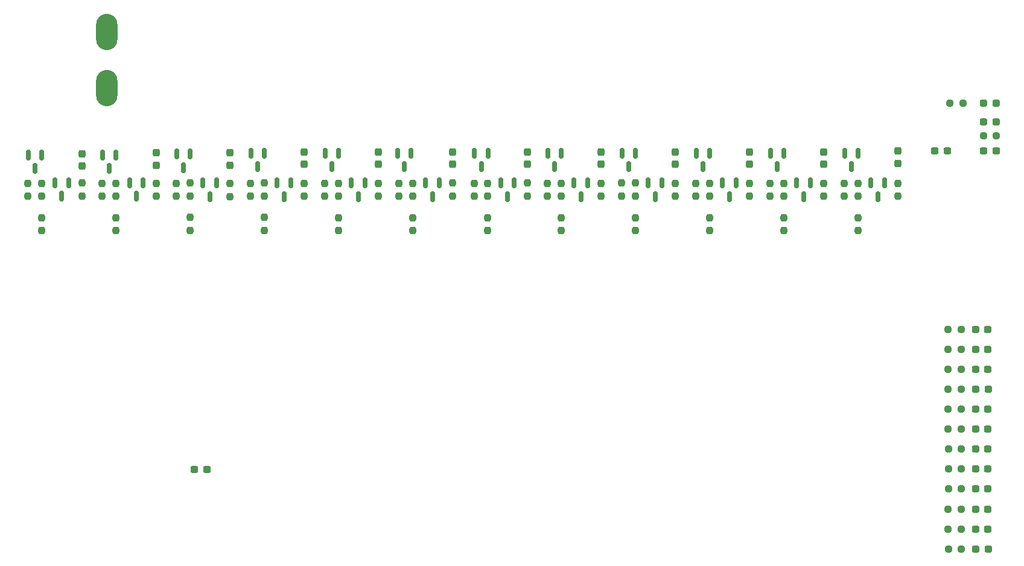
<source format=gtp>
%TF.GenerationSoftware,KiCad,Pcbnew,(6.0.10)*%
%TF.CreationDate,2022-12-28T18:35:22-06:00*%
%TF.ProjectId,Hardware_Rev1,48617264-7761-4726-955f-526576312e6b,rev?*%
%TF.SameCoordinates,Original*%
%TF.FileFunction,Paste,Top*%
%TF.FilePolarity,Positive*%
%FSLAX46Y46*%
G04 Gerber Fmt 4.6, Leading zero omitted, Abs format (unit mm)*
G04 Created by KiCad (PCBNEW (6.0.10)) date 2022-12-28 18:35:22*
%MOMM*%
%LPD*%
G01*
G04 APERTURE LIST*
G04 Aperture macros list*
%AMRoundRect*
0 Rectangle with rounded corners*
0 $1 Rounding radius*
0 $2 $3 $4 $5 $6 $7 $8 $9 X,Y pos of 4 corners*
0 Add a 4 corners polygon primitive as box body*
4,1,4,$2,$3,$4,$5,$6,$7,$8,$9,$2,$3,0*
0 Add four circle primitives for the rounded corners*
1,1,$1+$1,$2,$3*
1,1,$1+$1,$4,$5*
1,1,$1+$1,$6,$7*
1,1,$1+$1,$8,$9*
0 Add four rect primitives between the rounded corners*
20,1,$1+$1,$2,$3,$4,$5,0*
20,1,$1+$1,$4,$5,$6,$7,0*
20,1,$1+$1,$6,$7,$8,$9,0*
20,1,$1+$1,$8,$9,$2,$3,0*%
G04 Aperture macros list end*
%ADD10RoundRect,0.237500X-0.237500X0.250000X-0.237500X-0.250000X0.237500X-0.250000X0.237500X0.250000X0*%
%ADD11RoundRect,0.150000X-0.150000X0.587500X-0.150000X-0.587500X0.150000X-0.587500X0.150000X0.587500X0*%
%ADD12RoundRect,0.237500X-0.237500X0.287500X-0.237500X-0.287500X0.237500X-0.287500X0.237500X0.287500X0*%
%ADD13RoundRect,0.237500X0.237500X-0.250000X0.237500X0.250000X-0.237500X0.250000X-0.237500X-0.250000X0*%
%ADD14RoundRect,0.237500X0.287500X0.237500X-0.287500X0.237500X-0.287500X-0.237500X0.287500X-0.237500X0*%
%ADD15RoundRect,0.237500X0.250000X0.237500X-0.250000X0.237500X-0.250000X-0.237500X0.250000X-0.237500X0*%
%ADD16RoundRect,0.237500X0.300000X0.237500X-0.300000X0.237500X-0.300000X-0.237500X0.300000X-0.237500X0*%
%ADD17O,3.000000X5.100000*%
%ADD18RoundRect,0.237500X-0.250000X-0.237500X0.250000X-0.237500X0.250000X0.237500X-0.250000X0.237500X0*%
%ADD19RoundRect,0.237500X-0.287500X-0.237500X0.287500X-0.237500X0.287500X0.237500X-0.287500X0.237500X0*%
%ADD20RoundRect,0.237500X-0.300000X-0.237500X0.300000X-0.237500X0.300000X0.237500X-0.300000X0.237500X0*%
G04 APERTURE END LIST*
D10*
X172339000Y-86971500D03*
X172339000Y-88796500D03*
X99441000Y-86971500D03*
X99441000Y-88796500D03*
D11*
X144841000Y-82120500D03*
X142941000Y-82120500D03*
X143891000Y-83995500D03*
D10*
X57785000Y-82145500D03*
X57785000Y-83970500D03*
D12*
X63500000Y-77992000D03*
X63500000Y-79742000D03*
D10*
X84201000Y-82169000D03*
X84201000Y-83994000D03*
D13*
X107950000Y-83970500D03*
X107950000Y-82145500D03*
D14*
X190613000Y-119380000D03*
X188863000Y-119380000D03*
D13*
X55880000Y-83970500D03*
X55880000Y-82145500D03*
D14*
X190613000Y-127889000D03*
X188863000Y-127889000D03*
D11*
X141158000Y-77929500D03*
X139258000Y-77929500D03*
X140208000Y-79804500D03*
X172400000Y-77929500D03*
X170500000Y-77929500D03*
X171450000Y-79804500D03*
D13*
X76708000Y-83970500D03*
X76708000Y-82145500D03*
D10*
X73914000Y-82145500D03*
X73914000Y-83970500D03*
D15*
X186864000Y-119380000D03*
X185039000Y-119380000D03*
D16*
X184885500Y-77597000D03*
X183160500Y-77597000D03*
D11*
X130744000Y-77929500D03*
X128844000Y-77929500D03*
X129794000Y-79804500D03*
D10*
X78613000Y-86948000D03*
X78613000Y-88773000D03*
X68199000Y-82145500D03*
X68199000Y-83970500D03*
D12*
X84201000Y-77879000D03*
X84201000Y-79629000D03*
X73914000Y-77879000D03*
X73914000Y-79629000D03*
D14*
X190613000Y-105410000D03*
X188863000Y-105410000D03*
D13*
X87122000Y-83970500D03*
X87122000Y-82145500D03*
D14*
X190613000Y-130683000D03*
X188863000Y-130683000D03*
X190613000Y-116586000D03*
X188863000Y-116586000D03*
X191756000Y-70866000D03*
X190006000Y-70866000D03*
X190613000Y-122174000D03*
X188863000Y-122174000D03*
D10*
X172339000Y-82145500D03*
X172339000Y-83970500D03*
D11*
X92771000Y-82120500D03*
X90871000Y-82120500D03*
X91821000Y-83995500D03*
D10*
X141097000Y-86971500D03*
X141097000Y-88796500D03*
D14*
X190599000Y-108204000D03*
X188849000Y-108204000D03*
X190613000Y-102616000D03*
X188863000Y-102616000D03*
D13*
X97536000Y-83970500D03*
X97536000Y-82145500D03*
X139192000Y-83947000D03*
X139192000Y-82122000D03*
D17*
X66935400Y-60875000D03*
X66935400Y-68749000D03*
D13*
X128778000Y-83970500D03*
X128778000Y-82145500D03*
D15*
X186864000Y-133477000D03*
X185039000Y-133477000D03*
D12*
X105029000Y-77738000D03*
X105029000Y-79488000D03*
D11*
X113599000Y-82120500D03*
X111699000Y-82120500D03*
X112649000Y-83995500D03*
D13*
X118491000Y-83970500D03*
X118491000Y-82145500D03*
D10*
X141097000Y-82122000D03*
X141097000Y-83947000D03*
D12*
X157099000Y-77738000D03*
X157099000Y-79488000D03*
D15*
X186840500Y-110998000D03*
X185015500Y-110998000D03*
D10*
X89027000Y-86948000D03*
X89027000Y-88773000D03*
X151511000Y-82145500D03*
X151511000Y-83970500D03*
X120396000Y-82145500D03*
X120396000Y-83970500D03*
X136271000Y-82145500D03*
X136271000Y-83970500D03*
D15*
X186840500Y-102616000D03*
X185015500Y-102616000D03*
D18*
X185250750Y-70866000D03*
X187075750Y-70866000D03*
D11*
X89088000Y-77929500D03*
X87188000Y-77929500D03*
X88138000Y-79804500D03*
D10*
X115443000Y-82122000D03*
X115443000Y-83947000D03*
D11*
X103185000Y-82120500D03*
X101285000Y-82120500D03*
X102235000Y-83995500D03*
D10*
X146685000Y-82145500D03*
X146685000Y-83970500D03*
X78613000Y-82122000D03*
X78613000Y-83947000D03*
X63500000Y-82122000D03*
X63500000Y-83947000D03*
D12*
X177927000Y-77611000D03*
X177927000Y-79361000D03*
D10*
X99441000Y-82145500D03*
X99441000Y-83970500D03*
D15*
X186840500Y-127889000D03*
X185015500Y-127889000D03*
D18*
X189968500Y-75438000D03*
X191793500Y-75438000D03*
D16*
X80999500Y-122301000D03*
X79274500Y-122301000D03*
D11*
X176083000Y-82120500D03*
X174183000Y-82120500D03*
X175133000Y-83995500D03*
D14*
X190613000Y-124968000D03*
X188863000Y-124968000D03*
D13*
X66294000Y-83970500D03*
X66294000Y-82145500D03*
D12*
X146685000Y-77738000D03*
X146685000Y-79488000D03*
D11*
X165669000Y-82120500D03*
X163769000Y-82120500D03*
X164719000Y-83995500D03*
D10*
X109855000Y-86971500D03*
X109855000Y-88796500D03*
X167513000Y-82145500D03*
X167513000Y-83970500D03*
X130683000Y-82145500D03*
X130683000Y-83970500D03*
D11*
X72070000Y-82097000D03*
X70170000Y-82097000D03*
X71120000Y-83972000D03*
X68260000Y-78183500D03*
X66360000Y-78183500D03*
X67310000Y-80058500D03*
D10*
X94615000Y-82145500D03*
X94615000Y-83970500D03*
D15*
X186840500Y-108204000D03*
X185015500Y-108204000D03*
D14*
X190613000Y-113792000D03*
X188863000Y-113792000D03*
D11*
X82357000Y-82120500D03*
X80457000Y-82120500D03*
X81407000Y-83995500D03*
X61595000Y-82072000D03*
X59695000Y-82072000D03*
X60645000Y-83947000D03*
D10*
X68199000Y-86971500D03*
X68199000Y-88796500D03*
D11*
X155255000Y-82120500D03*
X153355000Y-82120500D03*
X154305000Y-83995500D03*
D10*
X161925000Y-82145500D03*
X161925000Y-83970500D03*
X157099000Y-82145500D03*
X157099000Y-83970500D03*
X109855000Y-82145500D03*
X109855000Y-83970500D03*
D11*
X109662000Y-77929500D03*
X107762000Y-77929500D03*
X108712000Y-79804500D03*
X78674000Y-78056500D03*
X76774000Y-78056500D03*
X77724000Y-79931500D03*
D15*
X186864000Y-124968000D03*
X185039000Y-124968000D03*
D10*
X130683000Y-86971500D03*
X130683000Y-88796500D03*
D11*
X151572000Y-77929500D03*
X149672000Y-77929500D03*
X150622000Y-79804500D03*
D10*
X57785000Y-86971500D03*
X57785000Y-88796500D03*
D19*
X190020000Y-73533000D03*
X191770000Y-73533000D03*
D13*
X160020000Y-83970500D03*
X160020000Y-82145500D03*
D11*
X57846000Y-78183500D03*
X55946000Y-78183500D03*
X56896000Y-80058500D03*
D13*
X149606000Y-83970500D03*
X149606000Y-82145500D03*
D11*
X99502000Y-77929500D03*
X97602000Y-77929500D03*
X98552000Y-79804500D03*
D12*
X125984000Y-77738000D03*
X125984000Y-79488000D03*
D11*
X161986000Y-77929500D03*
X160086000Y-77929500D03*
X161036000Y-79804500D03*
D10*
X161925000Y-86971500D03*
X161925000Y-88796500D03*
D11*
X134427000Y-82120500D03*
X132527000Y-82120500D03*
X133477000Y-83995500D03*
D14*
X190627000Y-110998000D03*
X188877000Y-110998000D03*
D11*
X124140000Y-82120500D03*
X122240000Y-82120500D03*
X123190000Y-83995500D03*
D14*
X190627000Y-133477000D03*
X188877000Y-133477000D03*
D12*
X115443000Y-77738000D03*
X115443000Y-79488000D03*
D13*
X170434000Y-83970500D03*
X170434000Y-82145500D03*
D15*
X186840500Y-113792000D03*
X185015500Y-113792000D03*
D10*
X125984000Y-82122000D03*
X125984000Y-83947000D03*
D15*
X186840500Y-105410000D03*
X185015500Y-105410000D03*
D12*
X167513000Y-77738000D03*
X167513000Y-79488000D03*
D15*
X186864000Y-122174000D03*
X185039000Y-122174000D03*
X186840500Y-116586000D03*
X185015500Y-116586000D03*
X186840500Y-130683000D03*
X185015500Y-130683000D03*
D10*
X177927000Y-82145500D03*
X177927000Y-83970500D03*
D20*
X190018500Y-77597000D03*
X191743500Y-77597000D03*
D10*
X89027000Y-82122000D03*
X89027000Y-83947000D03*
D11*
X120457000Y-77929500D03*
X118557000Y-77929500D03*
X119507000Y-79804500D03*
D12*
X136271000Y-77738000D03*
X136271000Y-79488000D03*
D10*
X120396000Y-86971500D03*
X120396000Y-88796500D03*
X151511000Y-86971500D03*
X151511000Y-88796500D03*
X105029000Y-82145500D03*
X105029000Y-83970500D03*
D12*
X94615000Y-77738000D03*
X94615000Y-79488000D03*
M02*

</source>
